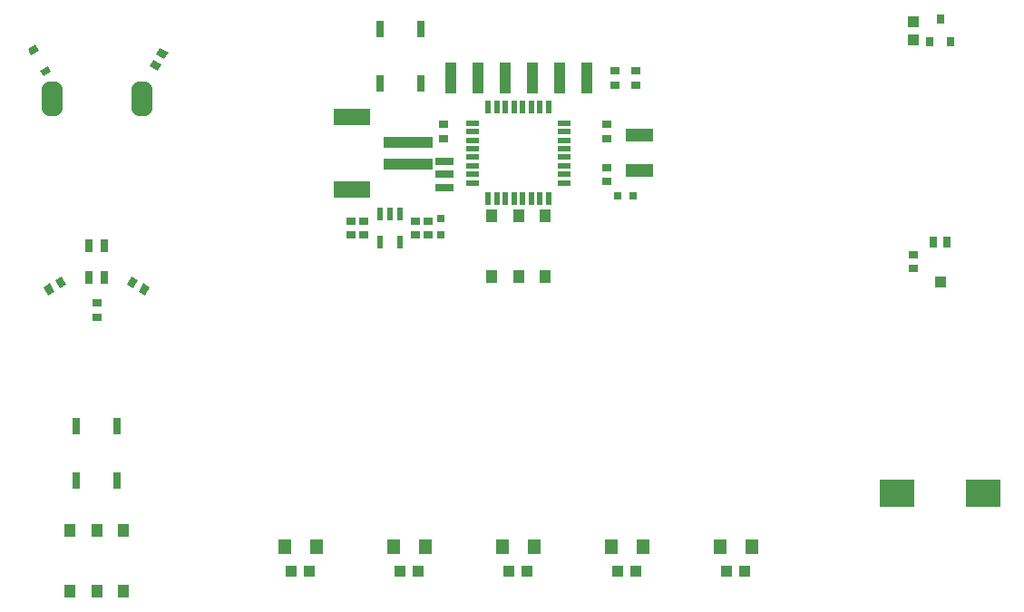
<source format=gbr>
G04 EAGLE Gerber RS-274X export*
G75*
%MOMM*%
%FSLAX34Y34*%
%LPD*%
%INSolderpaste Top*%
%IPPOS*%
%AMOC8*
5,1,8,0,0,1.08239X$1,22.5*%
G01*
%ADD10R,0.700000X1.200000*%
%ADD11R,0.700000X0.900000*%
%ADD12R,0.900000X0.700000*%
%ADD13R,3.200000X2.500000*%
%ADD14C,1.428750*%
%ADD15R,0.630000X0.830000*%
%ADD16R,0.800000X0.900000*%
%ADD17R,1.000000X1.100000*%
%ADD18R,0.800000X1.100000*%
%ADD19R,1.000000X1.150000*%
%ADD20R,0.762000X1.524000*%
%ADD21R,1.100000X1.000000*%
%ADD22R,1.200000X1.400000*%
%ADD23R,1.270000X0.558800*%
%ADD24R,0.558800X1.270000*%
%ADD25R,0.800000X0.800000*%
%ADD26R,2.500000X1.200000*%
%ADD27R,1.700000X0.700000*%
%ADD28R,1.000000X3.000000*%
%ADD29R,4.600000X1.000000*%
%ADD30R,3.400000X1.600000*%
%ADD31R,0.550000X1.200000*%


D10*
X134000Y353300D03*
X120000Y353300D03*
X134000Y383300D03*
X120000Y383300D03*
D11*
G36*
X87652Y340403D02*
X81590Y336903D01*
X77090Y344697D01*
X83152Y348197D01*
X87652Y340403D01*
G37*
G36*
X98910Y346903D02*
X92848Y343403D01*
X88348Y351197D01*
X94410Y354697D01*
X98910Y346903D01*
G37*
D12*
X127000Y316800D03*
X127000Y329800D03*
D11*
G36*
X170848Y348197D02*
X176910Y344697D01*
X172410Y336903D01*
X166348Y340403D01*
X170848Y348197D01*
G37*
G36*
X159590Y354697D02*
X165652Y351197D01*
X161152Y343403D01*
X155090Y346903D01*
X159590Y354697D01*
G37*
D13*
X874400Y152400D03*
X954400Y152400D03*
D14*
X171291Y511969D02*
X171291Y529431D01*
X171291Y511969D02*
X166529Y511969D01*
X166529Y529431D01*
X171291Y529431D01*
X171291Y525543D02*
X166529Y525543D01*
X87471Y529431D02*
X87471Y511969D01*
X82709Y511969D01*
X82709Y529431D01*
X87471Y529431D01*
X87471Y525543D02*
X82709Y525543D01*
D15*
G36*
X65891Y561417D02*
X62741Y566871D01*
X69929Y571021D01*
X73079Y565567D01*
X65891Y561417D01*
G37*
G36*
X77391Y541499D02*
X74241Y546953D01*
X81429Y551103D01*
X84579Y545649D01*
X77391Y541499D01*
G37*
D11*
G36*
X187388Y552553D02*
X183888Y546491D01*
X176094Y550991D01*
X179594Y557053D01*
X187388Y552553D01*
G37*
G36*
X193888Y563811D02*
X190388Y557749D01*
X182594Y562249D01*
X186094Y568311D01*
X193888Y563811D01*
G37*
D16*
X914400Y595200D03*
X923900Y574200D03*
X904900Y574200D03*
D17*
X889000Y575700D03*
X889000Y592700D03*
D18*
X920900Y387000D03*
X907900Y387000D03*
D17*
X914500Y349700D03*
D12*
X889000Y361800D03*
X889000Y374800D03*
D19*
X152000Y117150D03*
X127000Y117150D03*
X102000Y117150D03*
X152000Y60650D03*
X127000Y60650D03*
X102000Y60650D03*
D20*
X146050Y214630D03*
X146050Y163830D03*
X107950Y214630D03*
X107950Y163830D03*
D21*
X613600Y79510D03*
X630600Y79510D03*
D22*
X637100Y102370D03*
X607100Y102370D03*
D21*
X715200Y79510D03*
X732200Y79510D03*
D22*
X738700Y102370D03*
X708700Y102370D03*
D21*
X512000Y79510D03*
X529000Y79510D03*
D22*
X535500Y102370D03*
X505500Y102370D03*
D21*
X410400Y79510D03*
X427400Y79510D03*
D22*
X433900Y102370D03*
X403900Y102370D03*
D21*
X308800Y79510D03*
X325800Y79510D03*
D22*
X332300Y102370D03*
X302300Y102370D03*
D23*
X477774Y497902D03*
X477774Y489902D03*
X477774Y481902D03*
X477774Y473902D03*
X477774Y465902D03*
X477774Y457902D03*
X477774Y449902D03*
X477774Y441902D03*
D24*
X492700Y426976D03*
X500700Y426976D03*
X508700Y426976D03*
X516700Y426976D03*
X524700Y426976D03*
X532700Y426976D03*
X540700Y426976D03*
X548700Y426976D03*
D23*
X563626Y441902D03*
X563626Y449902D03*
X563626Y457902D03*
X563626Y465902D03*
X563626Y473902D03*
X563626Y481902D03*
X563626Y489902D03*
X563626Y497902D03*
D24*
X548700Y512828D03*
X540700Y512828D03*
X532700Y512828D03*
X524700Y512828D03*
X516700Y512828D03*
X508700Y512828D03*
X500700Y512828D03*
X492700Y512828D03*
D25*
X628200Y429901D03*
X613200Y429901D03*
D12*
X603401Y443401D03*
X603401Y456401D03*
X630701Y546401D03*
X630701Y533401D03*
X603401Y496401D03*
X603401Y483401D03*
D26*
X633400Y453401D03*
X633400Y486401D03*
D12*
X450700Y483401D03*
X450700Y496401D03*
D27*
X451700Y461901D03*
X451700Y449901D03*
X451700Y437901D03*
D28*
X508000Y539902D03*
X482600Y539902D03*
X457200Y539902D03*
X533400Y539902D03*
X558800Y539902D03*
X584200Y539902D03*
D12*
X610700Y546402D03*
X610700Y533402D03*
D29*
X417700Y459902D03*
X417700Y479902D03*
D30*
X365700Y435902D03*
X365700Y503902D03*
D19*
X545700Y411151D03*
X520700Y411151D03*
X495700Y411151D03*
X545700Y354651D03*
X520700Y354651D03*
X495700Y354651D03*
D12*
X376700Y393402D03*
X376700Y406402D03*
X364701Y406402D03*
X364701Y393402D03*
D25*
X448701Y408401D03*
X448701Y393401D03*
D12*
X436700Y406401D03*
X436700Y393401D03*
D31*
X410200Y412902D03*
X400700Y412902D03*
X391200Y412902D03*
X391200Y386900D03*
X410200Y386900D03*
D20*
X391651Y534501D03*
X391651Y585301D03*
X429751Y534501D03*
X429751Y585301D03*
D12*
X424700Y393402D03*
X424700Y406402D03*
M02*

</source>
